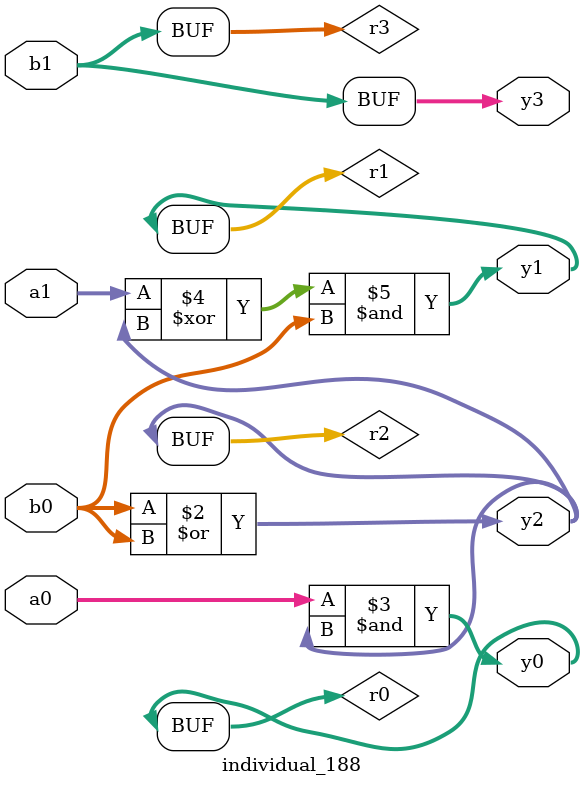
<source format=sv>
module individual_188(input logic [15:0] a1, input logic [15:0] a0, input logic [15:0] b1, input logic [15:0] b0, output logic [15:0] y3, output logic [15:0] y2, output logic [15:0] y1, output logic [15:0] y0);
logic [15:0] r0, r1, r2, r3; 
 always@(*) begin 
	 r0 = a0; r1 = a1; r2 = b0; r3 = b1; 
 	 r2  |=  b0 ;
 	 r0  &=  r2 ;
 	 r1  ^=  r2 ;
 	 r1  &=  b0 ;
 	 y3 = r3; y2 = r2; y1 = r1; y0 = r0; 
end
endmodule
</source>
